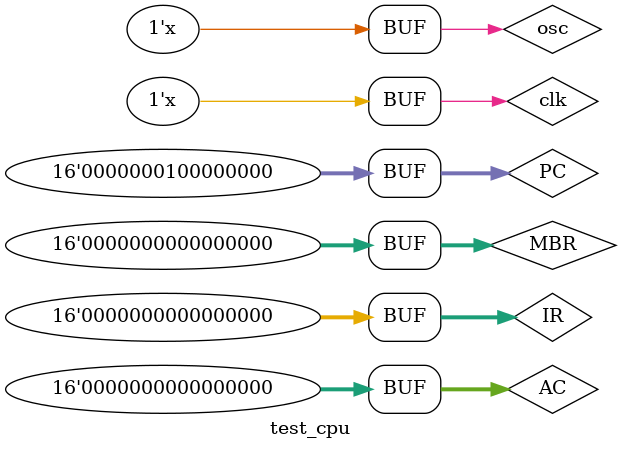
<source format=sv>
`timescale 1 ns / 1 ps

module test_cpu;
  parameter ADDR_WIDTH = 18;
  parameter DATA_WIDTH = 16;
  
  reg osc;
  localparam period = 10;

  wire clk; 
  assign clk = osc; 

  reg cs;
  reg we;
  reg oe;
  integer i;
  reg [ADDR_WIDTH-1:0] MAR;
  wire [DATA_WIDTH-1:0] data;
  reg [DATA_WIDTH-1:0] testbench_data;
  assign data = !oe ? testbench_data : 'hz;

  single_port_sync_ram_large  #(.DATA_WIDTH(DATA_WIDTH)) ram
  (   .clk(clk),
   .addr(MAR),
      .data(data[DATA_WIDTH-1:0]),
      .cs_input(cs),
      .we(we),
      .oe(oe)
  );
  
  reg [15:0] A;
  reg [15:0] B;
  reg [15:0] ALU_Out;
  reg [1:0] ALU_Sel;
  alu alu16(
    .A(A),
    .B(B),  // ALU 16-bit Inputs
    .ALU_Sel(ALU_Sel),// ALU Selection
    .ALU_Out(ALU_Out) // ALU 16-bit Output
     );
  
  reg [15:0] PC = 'h100;
  reg [15:0] IR = 'h0;
  reg [15:0] MBR = 'h0;
  reg [15:0] AC = 'h0;

  initial osc = 1;  //init clk = 1 for positive-edge triggered
  always begin  // Clock wave
     #period  osc = ~osc;
  end

  initial begin
    $dumpfile("dump.vcd");
    $dumpvars;
    // Fibonacci 11 program

        
  end

endmodule
</source>
